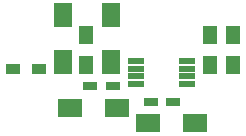
<source format=gtp>
G04 #@! TF.GenerationSoftware,KiCad,Pcbnew,(5.1.6-0-10_14)*
G04 #@! TF.CreationDate,2021-04-27T10:54:01+09:00*
G04 #@! TF.ProjectId,qPCR-negative_voltage,71504352-2d6e-4656-9761-746976655f76,rev?*
G04 #@! TF.SameCoordinates,Original*
G04 #@! TF.FileFunction,Paste,Top*
G04 #@! TF.FilePolarity,Positive*
%FSLAX46Y46*%
G04 Gerber Fmt 4.6, Leading zero omitted, Abs format (unit mm)*
G04 Created by KiCad (PCBNEW (5.1.6-0-10_14)) date 2021-04-27 10:54:01*
%MOMM*%
%LPD*%
G01*
G04 APERTURE LIST*
%ADD10R,1.250000X1.500000*%
%ADD11R,1.200000X0.750000*%
%ADD12R,2.000000X1.600000*%
%ADD13R,1.600000X2.000000*%
%ADD14R,1.200000X0.900000*%
%ADD15R,1.470000X0.480000*%
G04 APERTURE END LIST*
D10*
X138800000Y-92750000D03*
X138800000Y-90250000D03*
X136900000Y-90250000D03*
X136900000Y-92750000D03*
D11*
X133750000Y-95900000D03*
X131850000Y-95900000D03*
D12*
X135600000Y-97700000D03*
X131600000Y-97700000D03*
D11*
X126750000Y-94500000D03*
X128650000Y-94500000D03*
D12*
X125000000Y-96400000D03*
X129000000Y-96400000D03*
D13*
X124400000Y-92500000D03*
X124400000Y-88500000D03*
D10*
X126400000Y-92750000D03*
X126400000Y-90250000D03*
D13*
X128500000Y-88500000D03*
X128500000Y-92500000D03*
D14*
X122400000Y-93100000D03*
X120200000Y-93100000D03*
D15*
X130650000Y-94375000D03*
X130650000Y-93725000D03*
X130650000Y-93075000D03*
X130650000Y-92425000D03*
X134950000Y-92425000D03*
X134950000Y-93075000D03*
X134950000Y-93725000D03*
X134950000Y-94375000D03*
M02*

</source>
